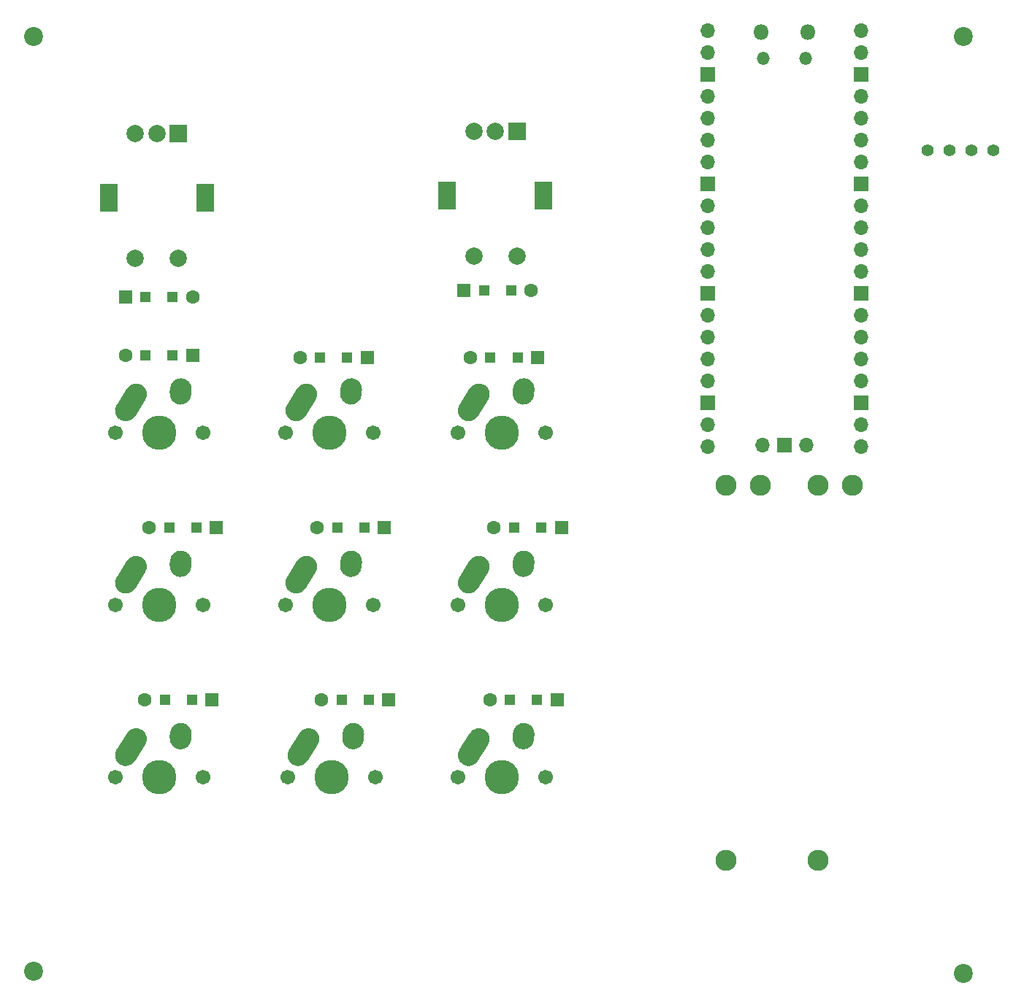
<source format=gbs>
%TF.GenerationSoftware,KiCad,Pcbnew,(5.1.7)-1*%
%TF.CreationDate,2021-05-06T00:37:00-04:00*%
%TF.ProjectId,pot_keeb_rpi,706f745f-6b65-4656-925f-7270692e6b69,rev?*%
%TF.SameCoordinates,Original*%
%TF.FileFunction,Soldermask,Bot*%
%TF.FilePolarity,Negative*%
%FSLAX46Y46*%
G04 Gerber Fmt 4.6, Leading zero omitted, Abs format (unit mm)*
G04 Created by KiCad (PCBNEW (5.1.7)-1) date 2021-05-06 00:37:00*
%MOMM*%
%LPD*%
G01*
G04 APERTURE LIST*
%ADD10C,2.200000*%
%ADD11O,1.700000X1.700000*%
%ADD12R,1.700000X1.700000*%
%ADD13O,1.800000X1.800000*%
%ADD14O,1.500000X1.500000*%
%ADD15C,2.451100*%
%ADD16R,2.000000X2.000000*%
%ADD17C,2.000000*%
%ADD18R,2.000000X3.200000*%
%ADD19R,1.200000X1.200000*%
%ADD20R,1.600000X1.600000*%
%ADD21C,1.600000*%
%ADD22C,3.987800*%
%ADD23C,1.701800*%
%ADD24C,1.397000*%
G04 APERTURE END LIST*
D10*
%TO.C,REF\u002A\u002A*%
X63000000Y-152750000D03*
%TD*%
%TO.C,REF\u002A\u002A*%
X63000000Y-44250000D03*
%TD*%
%TO.C,REF\u002A\u002A*%
X170750000Y-44250000D03*
%TD*%
%TO.C,REF\u002A\u002A*%
X170750000Y-153000000D03*
%TD*%
D11*
%TO.C,U1*%
X141110000Y-43620000D03*
X141110000Y-46160000D03*
D12*
X141110000Y-48700000D03*
D11*
X141110000Y-51240000D03*
X141110000Y-53780000D03*
X141110000Y-56320000D03*
X141110000Y-58860000D03*
D12*
X141110000Y-61400000D03*
D11*
X141110000Y-63940000D03*
X141110000Y-66480000D03*
X141110000Y-69020000D03*
X141110000Y-71560000D03*
D12*
X141110000Y-74100000D03*
D11*
X141110000Y-76640000D03*
X141110000Y-79180000D03*
X141110000Y-81720000D03*
X141110000Y-84260000D03*
D12*
X141110000Y-86800000D03*
D11*
X141110000Y-89340000D03*
X141110000Y-91880000D03*
X158890000Y-91880000D03*
X158890000Y-89340000D03*
D12*
X158890000Y-86800000D03*
D11*
X158890000Y-84260000D03*
X158890000Y-81720000D03*
X158890000Y-79180000D03*
X158890000Y-76640000D03*
D12*
X158890000Y-74100000D03*
D11*
X158890000Y-71560000D03*
X158890000Y-69020000D03*
X158890000Y-66480000D03*
X158890000Y-63940000D03*
D12*
X158890000Y-61400000D03*
D11*
X158890000Y-58860000D03*
X158890000Y-56320000D03*
X158890000Y-53780000D03*
X158890000Y-51240000D03*
D12*
X158890000Y-48700000D03*
D11*
X158890000Y-46160000D03*
X158890000Y-43620000D03*
D13*
X147275000Y-43750000D03*
X152725000Y-43750000D03*
D14*
X147575000Y-46780000D03*
X152425000Y-46780000D03*
D11*
X147460000Y-91650000D03*
D12*
X150000000Y-91650000D03*
D11*
X152540000Y-91650000D03*
%TD*%
D15*
%TO.C,VR1*%
X143199619Y-139868910D03*
X143199619Y-96373950D03*
X147197579Y-96373950D03*
%TD*%
%TO.C,VR0*%
X157897579Y-96373950D03*
X153899619Y-96373950D03*
X153899619Y-139868910D03*
%TD*%
D16*
%TO.C,SW12*%
X79750000Y-55500000D03*
D17*
X77250000Y-55500000D03*
X74750000Y-55500000D03*
D18*
X82850000Y-63000000D03*
X71650000Y-63000000D03*
D17*
X79750000Y-70000000D03*
X74750000Y-70000000D03*
%TD*%
D19*
%TO.C,D1*%
X75925000Y-81250000D03*
X79075000Y-81250000D03*
D20*
X81400000Y-81250000D03*
D21*
X73600000Y-81250000D03*
%TD*%
%TO.C,D2*%
X93850000Y-81500000D03*
D20*
X101650000Y-81500000D03*
D19*
X99325000Y-81500000D03*
X96175000Y-81500000D03*
%TD*%
%TO.C,D3*%
X115925000Y-81500000D03*
X119075000Y-81500000D03*
D20*
X121400000Y-81500000D03*
D21*
X113600000Y-81500000D03*
%TD*%
%TO.C,D4*%
X76350000Y-101250000D03*
D20*
X84150000Y-101250000D03*
D19*
X81825000Y-101250000D03*
X78675000Y-101250000D03*
%TD*%
%TO.C,D5*%
X98175000Y-101250000D03*
X101325000Y-101250000D03*
D20*
X103650000Y-101250000D03*
D21*
X95850000Y-101250000D03*
%TD*%
%TO.C,D6*%
X116350000Y-101250000D03*
D20*
X124150000Y-101250000D03*
D19*
X121825000Y-101250000D03*
X118675000Y-101250000D03*
%TD*%
%TO.C,D7*%
X78175000Y-121250000D03*
X81325000Y-121250000D03*
D20*
X83650000Y-121250000D03*
D21*
X75850000Y-121250000D03*
%TD*%
%TO.C,D8*%
X96350000Y-121250000D03*
D20*
X104150000Y-121250000D03*
D19*
X101825000Y-121250000D03*
X98675000Y-121250000D03*
%TD*%
%TO.C,D9*%
X118175000Y-121250000D03*
X121325000Y-121250000D03*
D20*
X123650000Y-121250000D03*
D21*
X115850000Y-121250000D03*
%TD*%
%TO.C,D10*%
X81400000Y-74500000D03*
D20*
X73600000Y-74500000D03*
D19*
X75925000Y-74500000D03*
X79075000Y-74500000D03*
%TD*%
D21*
%TO.C,D11*%
X120650000Y-73750000D03*
D20*
X112850000Y-73750000D03*
D19*
X115175000Y-73750000D03*
X118325000Y-73750000D03*
%TD*%
D22*
%TO.C,K1*%
X77500000Y-90250000D03*
D23*
X72420000Y-90250000D03*
X82580000Y-90250000D03*
G36*
G01*
X72586299Y-87007190D02*
X73795223Y-85109560D01*
G75*
G02*
X75521087Y-84726946I1054239J-671625D01*
G01*
X75521087Y-84726946D01*
G75*
G02*
X75903701Y-86452810I-671625J-1054239D01*
G01*
X74694777Y-88350440D01*
G75*
G02*
X72968913Y-88733054I-1054239J671625D01*
G01*
X72968913Y-88733054D01*
G75*
G02*
X72586299Y-87007190I671625J1054239D01*
G01*
G37*
G36*
G01*
X78753171Y-85664309D02*
X78792619Y-85085653D01*
G75*
G02*
X80124743Y-83923567I1247105J-85019D01*
G01*
X80124743Y-83923567D01*
G75*
G02*
X81286829Y-85255691I-85019J-1247105D01*
G01*
X81247381Y-85834347D01*
G75*
G02*
X79915257Y-86996433I-1247105J85019D01*
G01*
X79915257Y-86996433D01*
G75*
G02*
X78753171Y-85664309I85019J1247105D01*
G01*
G37*
%TD*%
D22*
%TO.C,K2*%
X97250000Y-90250000D03*
D23*
X92170000Y-90250000D03*
X102330000Y-90250000D03*
G36*
G01*
X92336299Y-87007190D02*
X93545223Y-85109560D01*
G75*
G02*
X95271087Y-84726946I1054239J-671625D01*
G01*
X95271087Y-84726946D01*
G75*
G02*
X95653701Y-86452810I-671625J-1054239D01*
G01*
X94444777Y-88350440D01*
G75*
G02*
X92718913Y-88733054I-1054239J671625D01*
G01*
X92718913Y-88733054D01*
G75*
G02*
X92336299Y-87007190I671625J1054239D01*
G01*
G37*
G36*
G01*
X98503171Y-85664309D02*
X98542619Y-85085653D01*
G75*
G02*
X99874743Y-83923567I1247105J-85019D01*
G01*
X99874743Y-83923567D01*
G75*
G02*
X101036829Y-85255691I-85019J-1247105D01*
G01*
X100997381Y-85834347D01*
G75*
G02*
X99665257Y-86996433I-1247105J85019D01*
G01*
X99665257Y-86996433D01*
G75*
G02*
X98503171Y-85664309I85019J1247105D01*
G01*
G37*
%TD*%
%TO.C,K3*%
G36*
G01*
X118503171Y-85664309D02*
X118542619Y-85085653D01*
G75*
G02*
X119874743Y-83923567I1247105J-85019D01*
G01*
X119874743Y-83923567D01*
G75*
G02*
X121036829Y-85255691I-85019J-1247105D01*
G01*
X120997381Y-85834347D01*
G75*
G02*
X119665257Y-86996433I-1247105J85019D01*
G01*
X119665257Y-86996433D01*
G75*
G02*
X118503171Y-85664309I85019J1247105D01*
G01*
G37*
G36*
G01*
X112336299Y-87007190D02*
X113545223Y-85109560D01*
G75*
G02*
X115271087Y-84726946I1054239J-671625D01*
G01*
X115271087Y-84726946D01*
G75*
G02*
X115653701Y-86452810I-671625J-1054239D01*
G01*
X114444777Y-88350440D01*
G75*
G02*
X112718913Y-88733054I-1054239J671625D01*
G01*
X112718913Y-88733054D01*
G75*
G02*
X112336299Y-87007190I671625J1054239D01*
G01*
G37*
X122330000Y-90250000D03*
X112170000Y-90250000D03*
D22*
X117250000Y-90250000D03*
%TD*%
%TO.C,K4*%
X77500000Y-110250000D03*
D23*
X72420000Y-110250000D03*
X82580000Y-110250000D03*
G36*
G01*
X72586299Y-107007190D02*
X73795223Y-105109560D01*
G75*
G02*
X75521087Y-104726946I1054239J-671625D01*
G01*
X75521087Y-104726946D01*
G75*
G02*
X75903701Y-106452810I-671625J-1054239D01*
G01*
X74694777Y-108350440D01*
G75*
G02*
X72968913Y-108733054I-1054239J671625D01*
G01*
X72968913Y-108733054D01*
G75*
G02*
X72586299Y-107007190I671625J1054239D01*
G01*
G37*
G36*
G01*
X78753171Y-105664309D02*
X78792619Y-105085653D01*
G75*
G02*
X80124743Y-103923567I1247105J-85019D01*
G01*
X80124743Y-103923567D01*
G75*
G02*
X81286829Y-105255691I-85019J-1247105D01*
G01*
X81247381Y-105834347D01*
G75*
G02*
X79915257Y-106996433I-1247105J85019D01*
G01*
X79915257Y-106996433D01*
G75*
G02*
X78753171Y-105664309I85019J1247105D01*
G01*
G37*
%TD*%
D22*
%TO.C,K5*%
X97250000Y-110250000D03*
D23*
X92170000Y-110250000D03*
X102330000Y-110250000D03*
G36*
G01*
X92336299Y-107007190D02*
X93545223Y-105109560D01*
G75*
G02*
X95271087Y-104726946I1054239J-671625D01*
G01*
X95271087Y-104726946D01*
G75*
G02*
X95653701Y-106452810I-671625J-1054239D01*
G01*
X94444777Y-108350440D01*
G75*
G02*
X92718913Y-108733054I-1054239J671625D01*
G01*
X92718913Y-108733054D01*
G75*
G02*
X92336299Y-107007190I671625J1054239D01*
G01*
G37*
G36*
G01*
X98503171Y-105664309D02*
X98542619Y-105085653D01*
G75*
G02*
X99874743Y-103923567I1247105J-85019D01*
G01*
X99874743Y-103923567D01*
G75*
G02*
X101036829Y-105255691I-85019J-1247105D01*
G01*
X100997381Y-105834347D01*
G75*
G02*
X99665257Y-106996433I-1247105J85019D01*
G01*
X99665257Y-106996433D01*
G75*
G02*
X98503171Y-105664309I85019J1247105D01*
G01*
G37*
%TD*%
D22*
%TO.C,K6*%
X117250000Y-110250000D03*
D23*
X112170000Y-110250000D03*
X122330000Y-110250000D03*
G36*
G01*
X112336299Y-107007190D02*
X113545223Y-105109560D01*
G75*
G02*
X115271087Y-104726946I1054239J-671625D01*
G01*
X115271087Y-104726946D01*
G75*
G02*
X115653701Y-106452810I-671625J-1054239D01*
G01*
X114444777Y-108350440D01*
G75*
G02*
X112718913Y-108733054I-1054239J671625D01*
G01*
X112718913Y-108733054D01*
G75*
G02*
X112336299Y-107007190I671625J1054239D01*
G01*
G37*
G36*
G01*
X118503171Y-105664309D02*
X118542619Y-105085653D01*
G75*
G02*
X119874743Y-103923567I1247105J-85019D01*
G01*
X119874743Y-103923567D01*
G75*
G02*
X121036829Y-105255691I-85019J-1247105D01*
G01*
X120997381Y-105834347D01*
G75*
G02*
X119665257Y-106996433I-1247105J85019D01*
G01*
X119665257Y-106996433D01*
G75*
G02*
X118503171Y-105664309I85019J1247105D01*
G01*
G37*
%TD*%
%TO.C,K7*%
G36*
G01*
X78753171Y-125664309D02*
X78792619Y-125085653D01*
G75*
G02*
X80124743Y-123923567I1247105J-85019D01*
G01*
X80124743Y-123923567D01*
G75*
G02*
X81286829Y-125255691I-85019J-1247105D01*
G01*
X81247381Y-125834347D01*
G75*
G02*
X79915257Y-126996433I-1247105J85019D01*
G01*
X79915257Y-126996433D01*
G75*
G02*
X78753171Y-125664309I85019J1247105D01*
G01*
G37*
G36*
G01*
X72586299Y-127007190D02*
X73795223Y-125109560D01*
G75*
G02*
X75521087Y-124726946I1054239J-671625D01*
G01*
X75521087Y-124726946D01*
G75*
G02*
X75903701Y-126452810I-671625J-1054239D01*
G01*
X74694777Y-128350440D01*
G75*
G02*
X72968913Y-128733054I-1054239J671625D01*
G01*
X72968913Y-128733054D01*
G75*
G02*
X72586299Y-127007190I671625J1054239D01*
G01*
G37*
X82580000Y-130250000D03*
X72420000Y-130250000D03*
D22*
X77500000Y-130250000D03*
%TD*%
%TO.C,K8*%
X97500000Y-130250000D03*
D23*
X92420000Y-130250000D03*
X102580000Y-130250000D03*
G36*
G01*
X92586299Y-127007190D02*
X93795223Y-125109560D01*
G75*
G02*
X95521087Y-124726946I1054239J-671625D01*
G01*
X95521087Y-124726946D01*
G75*
G02*
X95903701Y-126452810I-671625J-1054239D01*
G01*
X94694777Y-128350440D01*
G75*
G02*
X92968913Y-128733054I-1054239J671625D01*
G01*
X92968913Y-128733054D01*
G75*
G02*
X92586299Y-127007190I671625J1054239D01*
G01*
G37*
G36*
G01*
X98753171Y-125664309D02*
X98792619Y-125085653D01*
G75*
G02*
X100124743Y-123923567I1247105J-85019D01*
G01*
X100124743Y-123923567D01*
G75*
G02*
X101286829Y-125255691I-85019J-1247105D01*
G01*
X101247381Y-125834347D01*
G75*
G02*
X99915257Y-126996433I-1247105J85019D01*
G01*
X99915257Y-126996433D01*
G75*
G02*
X98753171Y-125664309I85019J1247105D01*
G01*
G37*
%TD*%
%TO.C,K9*%
G36*
G01*
X118503171Y-125664309D02*
X118542619Y-125085653D01*
G75*
G02*
X119874743Y-123923567I1247105J-85019D01*
G01*
X119874743Y-123923567D01*
G75*
G02*
X121036829Y-125255691I-85019J-1247105D01*
G01*
X120997381Y-125834347D01*
G75*
G02*
X119665257Y-126996433I-1247105J85019D01*
G01*
X119665257Y-126996433D01*
G75*
G02*
X118503171Y-125664309I85019J1247105D01*
G01*
G37*
G36*
G01*
X112336299Y-127007190D02*
X113545223Y-125109560D01*
G75*
G02*
X115271087Y-124726946I1054239J-671625D01*
G01*
X115271087Y-124726946D01*
G75*
G02*
X115653701Y-126452810I-671625J-1054239D01*
G01*
X114444777Y-128350440D01*
G75*
G02*
X112718913Y-128733054I-1054239J671625D01*
G01*
X112718913Y-128733054D01*
G75*
G02*
X112336299Y-127007190I671625J1054239D01*
G01*
G37*
X122330000Y-130250000D03*
X112170000Y-130250000D03*
D22*
X117250000Y-130250000D03*
%TD*%
D17*
%TO.C,SW11*%
X114000000Y-69750000D03*
X119000000Y-69750000D03*
D18*
X110900000Y-62750000D03*
X122100000Y-62750000D03*
D17*
X114000000Y-55250000D03*
X116500000Y-55250000D03*
D16*
X119000000Y-55250000D03*
%TD*%
D24*
%TO.C,OL1*%
X174250000Y-57500000D03*
X171710000Y-57500000D03*
X169170000Y-57500000D03*
X166630000Y-57500000D03*
%TD*%
M02*

</source>
